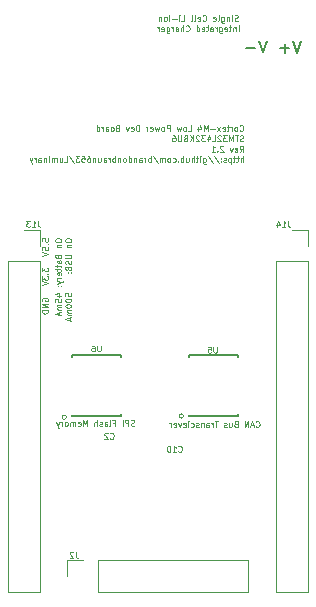
<source format=gbr>
G04 #@! TF.GenerationSoftware,KiCad,Pcbnew,(5.1.5)-3*
G04 #@! TF.CreationDate,2020-07-23T10:29:42-05:00*
G04 #@! TF.ProjectId,LuminaryVer2,4c756d69-6e61-4727-9956-6572322e6b69,rev?*
G04 #@! TF.SameCoordinates,Original*
G04 #@! TF.FileFunction,Legend,Bot*
G04 #@! TF.FilePolarity,Positive*
%FSLAX46Y46*%
G04 Gerber Fmt 4.6, Leading zero omitted, Abs format (unit mm)*
G04 Created by KiCad (PCBNEW (5.1.5)-3) date 2020-07-23 10:29:42*
%MOMM*%
%LPD*%
G04 APERTURE LIST*
%ADD10C,0.125000*%
%ADD11C,0.100000*%
%ADD12C,0.150000*%
%ADD13C,0.120000*%
G04 APERTURE END LIST*
D10*
X230663988Y-60766071D02*
X230687797Y-60789880D01*
X230759226Y-60813690D01*
X230806845Y-60813690D01*
X230878273Y-60789880D01*
X230925892Y-60742261D01*
X230949702Y-60694642D01*
X230973511Y-60599404D01*
X230973511Y-60527976D01*
X230949702Y-60432738D01*
X230925892Y-60385119D01*
X230878273Y-60337500D01*
X230806845Y-60313690D01*
X230759226Y-60313690D01*
X230687797Y-60337500D01*
X230663988Y-60361309D01*
X230378273Y-60813690D02*
X230425892Y-60789880D01*
X230449702Y-60766071D01*
X230473511Y-60718452D01*
X230473511Y-60575595D01*
X230449702Y-60527976D01*
X230425892Y-60504166D01*
X230378273Y-60480357D01*
X230306845Y-60480357D01*
X230259226Y-60504166D01*
X230235416Y-60527976D01*
X230211607Y-60575595D01*
X230211607Y-60718452D01*
X230235416Y-60766071D01*
X230259226Y-60789880D01*
X230306845Y-60813690D01*
X230378273Y-60813690D01*
X229997321Y-60813690D02*
X229997321Y-60480357D01*
X229997321Y-60575595D02*
X229973511Y-60527976D01*
X229949702Y-60504166D01*
X229902083Y-60480357D01*
X229854464Y-60480357D01*
X229759226Y-60480357D02*
X229568750Y-60480357D01*
X229687797Y-60313690D02*
X229687797Y-60742261D01*
X229663988Y-60789880D01*
X229616369Y-60813690D01*
X229568750Y-60813690D01*
X229211607Y-60789880D02*
X229259226Y-60813690D01*
X229354464Y-60813690D01*
X229402083Y-60789880D01*
X229425892Y-60742261D01*
X229425892Y-60551785D01*
X229402083Y-60504166D01*
X229354464Y-60480357D01*
X229259226Y-60480357D01*
X229211607Y-60504166D01*
X229187797Y-60551785D01*
X229187797Y-60599404D01*
X229425892Y-60647023D01*
X229021130Y-60813690D02*
X228759226Y-60480357D01*
X229021130Y-60480357D02*
X228759226Y-60813690D01*
X228568750Y-60623214D02*
X228187797Y-60623214D01*
X227949702Y-60813690D02*
X227949702Y-60313690D01*
X227783035Y-60670833D01*
X227616369Y-60313690D01*
X227616369Y-60813690D01*
X227163988Y-60480357D02*
X227163988Y-60813690D01*
X227283035Y-60289880D02*
X227402083Y-60647023D01*
X227092559Y-60647023D01*
X226283035Y-60813690D02*
X226521130Y-60813690D01*
X226521130Y-60313690D01*
X226044940Y-60813690D02*
X226092559Y-60789880D01*
X226116369Y-60766071D01*
X226140178Y-60718452D01*
X226140178Y-60575595D01*
X226116369Y-60527976D01*
X226092559Y-60504166D01*
X226044940Y-60480357D01*
X225973511Y-60480357D01*
X225925892Y-60504166D01*
X225902083Y-60527976D01*
X225878273Y-60575595D01*
X225878273Y-60718452D01*
X225902083Y-60766071D01*
X225925892Y-60789880D01*
X225973511Y-60813690D01*
X226044940Y-60813690D01*
X225711607Y-60480357D02*
X225616369Y-60813690D01*
X225521130Y-60575595D01*
X225425892Y-60813690D01*
X225330654Y-60480357D01*
X224759226Y-60813690D02*
X224759226Y-60313690D01*
X224568750Y-60313690D01*
X224521130Y-60337500D01*
X224497321Y-60361309D01*
X224473511Y-60408928D01*
X224473511Y-60480357D01*
X224497321Y-60527976D01*
X224521130Y-60551785D01*
X224568750Y-60575595D01*
X224759226Y-60575595D01*
X224187797Y-60813690D02*
X224235416Y-60789880D01*
X224259226Y-60766071D01*
X224283035Y-60718452D01*
X224283035Y-60575595D01*
X224259226Y-60527976D01*
X224235416Y-60504166D01*
X224187797Y-60480357D01*
X224116369Y-60480357D01*
X224068750Y-60504166D01*
X224044940Y-60527976D01*
X224021130Y-60575595D01*
X224021130Y-60718452D01*
X224044940Y-60766071D01*
X224068750Y-60789880D01*
X224116369Y-60813690D01*
X224187797Y-60813690D01*
X223854464Y-60480357D02*
X223759226Y-60813690D01*
X223663988Y-60575595D01*
X223568750Y-60813690D01*
X223473511Y-60480357D01*
X223092559Y-60789880D02*
X223140178Y-60813690D01*
X223235416Y-60813690D01*
X223283035Y-60789880D01*
X223306845Y-60742261D01*
X223306845Y-60551785D01*
X223283035Y-60504166D01*
X223235416Y-60480357D01*
X223140178Y-60480357D01*
X223092559Y-60504166D01*
X223068750Y-60551785D01*
X223068750Y-60599404D01*
X223306845Y-60647023D01*
X222854464Y-60813690D02*
X222854464Y-60480357D01*
X222854464Y-60575595D02*
X222830654Y-60527976D01*
X222806845Y-60504166D01*
X222759226Y-60480357D01*
X222711607Y-60480357D01*
X222163988Y-60813690D02*
X222163988Y-60313690D01*
X222044940Y-60313690D01*
X221973511Y-60337500D01*
X221925892Y-60385119D01*
X221902083Y-60432738D01*
X221878273Y-60527976D01*
X221878273Y-60599404D01*
X221902083Y-60694642D01*
X221925892Y-60742261D01*
X221973511Y-60789880D01*
X222044940Y-60813690D01*
X222163988Y-60813690D01*
X221473511Y-60789880D02*
X221521130Y-60813690D01*
X221616369Y-60813690D01*
X221663988Y-60789880D01*
X221687797Y-60742261D01*
X221687797Y-60551785D01*
X221663988Y-60504166D01*
X221616369Y-60480357D01*
X221521130Y-60480357D01*
X221473511Y-60504166D01*
X221449702Y-60551785D01*
X221449702Y-60599404D01*
X221687797Y-60647023D01*
X221283035Y-60480357D02*
X221163988Y-60813690D01*
X221044940Y-60480357D01*
X220306845Y-60551785D02*
X220235416Y-60575595D01*
X220211607Y-60599404D01*
X220187797Y-60647023D01*
X220187797Y-60718452D01*
X220211607Y-60766071D01*
X220235416Y-60789880D01*
X220283035Y-60813690D01*
X220473511Y-60813690D01*
X220473511Y-60313690D01*
X220306845Y-60313690D01*
X220259226Y-60337500D01*
X220235416Y-60361309D01*
X220211607Y-60408928D01*
X220211607Y-60456547D01*
X220235416Y-60504166D01*
X220259226Y-60527976D01*
X220306845Y-60551785D01*
X220473511Y-60551785D01*
X219902083Y-60813690D02*
X219949702Y-60789880D01*
X219973511Y-60766071D01*
X219997321Y-60718452D01*
X219997321Y-60575595D01*
X219973511Y-60527976D01*
X219949702Y-60504166D01*
X219902083Y-60480357D01*
X219830654Y-60480357D01*
X219783035Y-60504166D01*
X219759226Y-60527976D01*
X219735416Y-60575595D01*
X219735416Y-60718452D01*
X219759226Y-60766071D01*
X219783035Y-60789880D01*
X219830654Y-60813690D01*
X219902083Y-60813690D01*
X219306845Y-60813690D02*
X219306845Y-60551785D01*
X219330654Y-60504166D01*
X219378273Y-60480357D01*
X219473511Y-60480357D01*
X219521130Y-60504166D01*
X219306845Y-60789880D02*
X219354464Y-60813690D01*
X219473511Y-60813690D01*
X219521130Y-60789880D01*
X219544940Y-60742261D01*
X219544940Y-60694642D01*
X219521130Y-60647023D01*
X219473511Y-60623214D01*
X219354464Y-60623214D01*
X219306845Y-60599404D01*
X219068750Y-60813690D02*
X219068750Y-60480357D01*
X219068750Y-60575595D02*
X219044940Y-60527976D01*
X219021130Y-60504166D01*
X218973511Y-60480357D01*
X218925892Y-60480357D01*
X218544940Y-60813690D02*
X218544940Y-60313690D01*
X218544940Y-60789880D02*
X218592559Y-60813690D01*
X218687797Y-60813690D01*
X218735416Y-60789880D01*
X218759226Y-60766071D01*
X218783035Y-60718452D01*
X218783035Y-60575595D01*
X218759226Y-60527976D01*
X218735416Y-60504166D01*
X218687797Y-60480357D01*
X218592559Y-60480357D01*
X218544940Y-60504166D01*
X230973511Y-61664880D02*
X230902083Y-61688690D01*
X230783035Y-61688690D01*
X230735416Y-61664880D01*
X230711607Y-61641071D01*
X230687797Y-61593452D01*
X230687797Y-61545833D01*
X230711607Y-61498214D01*
X230735416Y-61474404D01*
X230783035Y-61450595D01*
X230878273Y-61426785D01*
X230925892Y-61402976D01*
X230949702Y-61379166D01*
X230973511Y-61331547D01*
X230973511Y-61283928D01*
X230949702Y-61236309D01*
X230925892Y-61212500D01*
X230878273Y-61188690D01*
X230759226Y-61188690D01*
X230687797Y-61212500D01*
X230544940Y-61188690D02*
X230259226Y-61188690D01*
X230402083Y-61688690D02*
X230402083Y-61188690D01*
X230092559Y-61688690D02*
X230092559Y-61188690D01*
X229925892Y-61545833D01*
X229759226Y-61188690D01*
X229759226Y-61688690D01*
X229568750Y-61188690D02*
X229259226Y-61188690D01*
X229425892Y-61379166D01*
X229354464Y-61379166D01*
X229306845Y-61402976D01*
X229283035Y-61426785D01*
X229259226Y-61474404D01*
X229259226Y-61593452D01*
X229283035Y-61641071D01*
X229306845Y-61664880D01*
X229354464Y-61688690D01*
X229497321Y-61688690D01*
X229544940Y-61664880D01*
X229568750Y-61641071D01*
X229068750Y-61236309D02*
X229044940Y-61212500D01*
X228997321Y-61188690D01*
X228878273Y-61188690D01*
X228830654Y-61212500D01*
X228806845Y-61236309D01*
X228783035Y-61283928D01*
X228783035Y-61331547D01*
X228806845Y-61402976D01*
X229092559Y-61688690D01*
X228783035Y-61688690D01*
X228330654Y-61688690D02*
X228568750Y-61688690D01*
X228568750Y-61188690D01*
X227949702Y-61355357D02*
X227949702Y-61688690D01*
X228068750Y-61164880D02*
X228187797Y-61522023D01*
X227878273Y-61522023D01*
X227735416Y-61188690D02*
X227425892Y-61188690D01*
X227592559Y-61379166D01*
X227521130Y-61379166D01*
X227473511Y-61402976D01*
X227449702Y-61426785D01*
X227425892Y-61474404D01*
X227425892Y-61593452D01*
X227449702Y-61641071D01*
X227473511Y-61664880D01*
X227521130Y-61688690D01*
X227663988Y-61688690D01*
X227711607Y-61664880D01*
X227735416Y-61641071D01*
X227235416Y-61236309D02*
X227211607Y-61212500D01*
X227163988Y-61188690D01*
X227044940Y-61188690D01*
X226997321Y-61212500D01*
X226973511Y-61236309D01*
X226949702Y-61283928D01*
X226949702Y-61331547D01*
X226973511Y-61402976D01*
X227259226Y-61688690D01*
X226949702Y-61688690D01*
X226735416Y-61688690D02*
X226735416Y-61188690D01*
X226449702Y-61688690D02*
X226663988Y-61402976D01*
X226449702Y-61188690D02*
X226735416Y-61474404D01*
X226068750Y-61426785D02*
X225997321Y-61450595D01*
X225973511Y-61474404D01*
X225949702Y-61522023D01*
X225949702Y-61593452D01*
X225973511Y-61641071D01*
X225997321Y-61664880D01*
X226044940Y-61688690D01*
X226235416Y-61688690D01*
X226235416Y-61188690D01*
X226068750Y-61188690D01*
X226021130Y-61212500D01*
X225997321Y-61236309D01*
X225973511Y-61283928D01*
X225973511Y-61331547D01*
X225997321Y-61379166D01*
X226021130Y-61402976D01*
X226068750Y-61426785D01*
X226235416Y-61426785D01*
X225735416Y-61188690D02*
X225735416Y-61593452D01*
X225711607Y-61641071D01*
X225687797Y-61664880D01*
X225640178Y-61688690D01*
X225544940Y-61688690D01*
X225497321Y-61664880D01*
X225473511Y-61641071D01*
X225449702Y-61593452D01*
X225449702Y-61188690D01*
X224997321Y-61188690D02*
X225092559Y-61188690D01*
X225140178Y-61212500D01*
X225163988Y-61236309D01*
X225211607Y-61307738D01*
X225235416Y-61402976D01*
X225235416Y-61593452D01*
X225211607Y-61641071D01*
X225187797Y-61664880D01*
X225140178Y-61688690D01*
X225044940Y-61688690D01*
X224997321Y-61664880D01*
X224973511Y-61641071D01*
X224949702Y-61593452D01*
X224949702Y-61474404D01*
X224973511Y-61426785D01*
X224997321Y-61402976D01*
X225044940Y-61379166D01*
X225140178Y-61379166D01*
X225187797Y-61402976D01*
X225211607Y-61426785D01*
X225235416Y-61474404D01*
X230663988Y-62563690D02*
X230830654Y-62325595D01*
X230949702Y-62563690D02*
X230949702Y-62063690D01*
X230759226Y-62063690D01*
X230711607Y-62087500D01*
X230687797Y-62111309D01*
X230663988Y-62158928D01*
X230663988Y-62230357D01*
X230687797Y-62277976D01*
X230711607Y-62301785D01*
X230759226Y-62325595D01*
X230949702Y-62325595D01*
X230259226Y-62539880D02*
X230306845Y-62563690D01*
X230402083Y-62563690D01*
X230449702Y-62539880D01*
X230473511Y-62492261D01*
X230473511Y-62301785D01*
X230449702Y-62254166D01*
X230402083Y-62230357D01*
X230306845Y-62230357D01*
X230259226Y-62254166D01*
X230235416Y-62301785D01*
X230235416Y-62349404D01*
X230473511Y-62397023D01*
X230068750Y-62230357D02*
X229949702Y-62563690D01*
X229830654Y-62230357D01*
X229283035Y-62111309D02*
X229259226Y-62087500D01*
X229211607Y-62063690D01*
X229092559Y-62063690D01*
X229044940Y-62087500D01*
X229021130Y-62111309D01*
X228997321Y-62158928D01*
X228997321Y-62206547D01*
X229021130Y-62277976D01*
X229306845Y-62563690D01*
X228997321Y-62563690D01*
X228783035Y-62516071D02*
X228759226Y-62539880D01*
X228783035Y-62563690D01*
X228806845Y-62539880D01*
X228783035Y-62516071D01*
X228783035Y-62563690D01*
X228283035Y-62563690D02*
X228568750Y-62563690D01*
X228425892Y-62563690D02*
X228425892Y-62063690D01*
X228473511Y-62135119D01*
X228521130Y-62182738D01*
X228568750Y-62206547D01*
X230949702Y-63438690D02*
X230949702Y-62938690D01*
X230735416Y-63438690D02*
X230735416Y-63176785D01*
X230759226Y-63129166D01*
X230806845Y-63105357D01*
X230878273Y-63105357D01*
X230925892Y-63129166D01*
X230949702Y-63152976D01*
X230568750Y-63105357D02*
X230378273Y-63105357D01*
X230497321Y-62938690D02*
X230497321Y-63367261D01*
X230473511Y-63414880D01*
X230425892Y-63438690D01*
X230378273Y-63438690D01*
X230283035Y-63105357D02*
X230092559Y-63105357D01*
X230211607Y-62938690D02*
X230211607Y-63367261D01*
X230187797Y-63414880D01*
X230140178Y-63438690D01*
X230092559Y-63438690D01*
X229925892Y-63105357D02*
X229925892Y-63605357D01*
X229925892Y-63129166D02*
X229878273Y-63105357D01*
X229783035Y-63105357D01*
X229735416Y-63129166D01*
X229711607Y-63152976D01*
X229687797Y-63200595D01*
X229687797Y-63343452D01*
X229711607Y-63391071D01*
X229735416Y-63414880D01*
X229783035Y-63438690D01*
X229878273Y-63438690D01*
X229925892Y-63414880D01*
X229497321Y-63414880D02*
X229449702Y-63438690D01*
X229354464Y-63438690D01*
X229306845Y-63414880D01*
X229283035Y-63367261D01*
X229283035Y-63343452D01*
X229306845Y-63295833D01*
X229354464Y-63272023D01*
X229425892Y-63272023D01*
X229473511Y-63248214D01*
X229497321Y-63200595D01*
X229497321Y-63176785D01*
X229473511Y-63129166D01*
X229425892Y-63105357D01*
X229354464Y-63105357D01*
X229306845Y-63129166D01*
X229068750Y-63391071D02*
X229044940Y-63414880D01*
X229068750Y-63438690D01*
X229092559Y-63414880D01*
X229068750Y-63391071D01*
X229068750Y-63438690D01*
X229068750Y-63129166D02*
X229044940Y-63152976D01*
X229068750Y-63176785D01*
X229092559Y-63152976D01*
X229068750Y-63129166D01*
X229068750Y-63176785D01*
X228473511Y-62914880D02*
X228902083Y-63557738D01*
X227949702Y-62914880D02*
X228378273Y-63557738D01*
X227568750Y-63105357D02*
X227568750Y-63510119D01*
X227592559Y-63557738D01*
X227616369Y-63581547D01*
X227663988Y-63605357D01*
X227735416Y-63605357D01*
X227783035Y-63581547D01*
X227568750Y-63414880D02*
X227616369Y-63438690D01*
X227711607Y-63438690D01*
X227759226Y-63414880D01*
X227783035Y-63391071D01*
X227806845Y-63343452D01*
X227806845Y-63200595D01*
X227783035Y-63152976D01*
X227759226Y-63129166D01*
X227711607Y-63105357D01*
X227616369Y-63105357D01*
X227568750Y-63129166D01*
X227330654Y-63438690D02*
X227330654Y-63105357D01*
X227330654Y-62938690D02*
X227354464Y-62962500D01*
X227330654Y-62986309D01*
X227306845Y-62962500D01*
X227330654Y-62938690D01*
X227330654Y-62986309D01*
X227163988Y-63105357D02*
X226973511Y-63105357D01*
X227092559Y-62938690D02*
X227092559Y-63367261D01*
X227068750Y-63414880D01*
X227021130Y-63438690D01*
X226973511Y-63438690D01*
X226806845Y-63438690D02*
X226806845Y-62938690D01*
X226592559Y-63438690D02*
X226592559Y-63176785D01*
X226616369Y-63129166D01*
X226663988Y-63105357D01*
X226735416Y-63105357D01*
X226783035Y-63129166D01*
X226806845Y-63152976D01*
X226140178Y-63105357D02*
X226140178Y-63438690D01*
X226354464Y-63105357D02*
X226354464Y-63367261D01*
X226330654Y-63414880D01*
X226283035Y-63438690D01*
X226211607Y-63438690D01*
X226163988Y-63414880D01*
X226140178Y-63391071D01*
X225902083Y-63438690D02*
X225902083Y-62938690D01*
X225902083Y-63129166D02*
X225854464Y-63105357D01*
X225759226Y-63105357D01*
X225711607Y-63129166D01*
X225687797Y-63152976D01*
X225663988Y-63200595D01*
X225663988Y-63343452D01*
X225687797Y-63391071D01*
X225711607Y-63414880D01*
X225759226Y-63438690D01*
X225854464Y-63438690D01*
X225902083Y-63414880D01*
X225449702Y-63391071D02*
X225425892Y-63414880D01*
X225449702Y-63438690D01*
X225473511Y-63414880D01*
X225449702Y-63391071D01*
X225449702Y-63438690D01*
X224997321Y-63414880D02*
X225044940Y-63438690D01*
X225140178Y-63438690D01*
X225187797Y-63414880D01*
X225211607Y-63391071D01*
X225235416Y-63343452D01*
X225235416Y-63200595D01*
X225211607Y-63152976D01*
X225187797Y-63129166D01*
X225140178Y-63105357D01*
X225044940Y-63105357D01*
X224997321Y-63129166D01*
X224711607Y-63438690D02*
X224759226Y-63414880D01*
X224783035Y-63391071D01*
X224806845Y-63343452D01*
X224806845Y-63200595D01*
X224783035Y-63152976D01*
X224759226Y-63129166D01*
X224711607Y-63105357D01*
X224640178Y-63105357D01*
X224592559Y-63129166D01*
X224568750Y-63152976D01*
X224544940Y-63200595D01*
X224544940Y-63343452D01*
X224568750Y-63391071D01*
X224592559Y-63414880D01*
X224640178Y-63438690D01*
X224711607Y-63438690D01*
X224330654Y-63438690D02*
X224330654Y-63105357D01*
X224330654Y-63152976D02*
X224306845Y-63129166D01*
X224259226Y-63105357D01*
X224187797Y-63105357D01*
X224140178Y-63129166D01*
X224116369Y-63176785D01*
X224116369Y-63438690D01*
X224116369Y-63176785D02*
X224092559Y-63129166D01*
X224044940Y-63105357D01*
X223973511Y-63105357D01*
X223925892Y-63129166D01*
X223902083Y-63176785D01*
X223902083Y-63438690D01*
X223306845Y-62914880D02*
X223735416Y-63557738D01*
X223140178Y-63438690D02*
X223140178Y-62938690D01*
X223140178Y-63129166D02*
X223092559Y-63105357D01*
X222997321Y-63105357D01*
X222949702Y-63129166D01*
X222925892Y-63152976D01*
X222902083Y-63200595D01*
X222902083Y-63343452D01*
X222925892Y-63391071D01*
X222949702Y-63414880D01*
X222997321Y-63438690D01*
X223092559Y-63438690D01*
X223140178Y-63414880D01*
X222687797Y-63438690D02*
X222687797Y-63105357D01*
X222687797Y-63200595D02*
X222663988Y-63152976D01*
X222640178Y-63129166D01*
X222592559Y-63105357D01*
X222544940Y-63105357D01*
X222163988Y-63438690D02*
X222163988Y-63176785D01*
X222187797Y-63129166D01*
X222235416Y-63105357D01*
X222330654Y-63105357D01*
X222378273Y-63129166D01*
X222163988Y-63414880D02*
X222211607Y-63438690D01*
X222330654Y-63438690D01*
X222378273Y-63414880D01*
X222402083Y-63367261D01*
X222402083Y-63319642D01*
X222378273Y-63272023D01*
X222330654Y-63248214D01*
X222211607Y-63248214D01*
X222163988Y-63224404D01*
X221925892Y-63105357D02*
X221925892Y-63438690D01*
X221925892Y-63152976D02*
X221902083Y-63129166D01*
X221854464Y-63105357D01*
X221783035Y-63105357D01*
X221735416Y-63129166D01*
X221711607Y-63176785D01*
X221711607Y-63438690D01*
X221259226Y-63438690D02*
X221259226Y-62938690D01*
X221259226Y-63414880D02*
X221306845Y-63438690D01*
X221402083Y-63438690D01*
X221449702Y-63414880D01*
X221473511Y-63391071D01*
X221497321Y-63343452D01*
X221497321Y-63200595D01*
X221473511Y-63152976D01*
X221449702Y-63129166D01*
X221402083Y-63105357D01*
X221306845Y-63105357D01*
X221259226Y-63129166D01*
X220949702Y-63438690D02*
X220997321Y-63414880D01*
X221021130Y-63391071D01*
X221044940Y-63343452D01*
X221044940Y-63200595D01*
X221021130Y-63152976D01*
X220997321Y-63129166D01*
X220949702Y-63105357D01*
X220878273Y-63105357D01*
X220830654Y-63129166D01*
X220806845Y-63152976D01*
X220783035Y-63200595D01*
X220783035Y-63343452D01*
X220806845Y-63391071D01*
X220830654Y-63414880D01*
X220878273Y-63438690D01*
X220949702Y-63438690D01*
X220568750Y-63105357D02*
X220568750Y-63438690D01*
X220568750Y-63152976D02*
X220544940Y-63129166D01*
X220497321Y-63105357D01*
X220425892Y-63105357D01*
X220378273Y-63129166D01*
X220354464Y-63176785D01*
X220354464Y-63438690D01*
X220116369Y-63438690D02*
X220116369Y-62938690D01*
X220116369Y-63129166D02*
X220068750Y-63105357D01*
X219973511Y-63105357D01*
X219925892Y-63129166D01*
X219902083Y-63152976D01*
X219878273Y-63200595D01*
X219878273Y-63343452D01*
X219902083Y-63391071D01*
X219925892Y-63414880D01*
X219973511Y-63438690D01*
X220068750Y-63438690D01*
X220116369Y-63414880D01*
X219663988Y-63438690D02*
X219663988Y-63105357D01*
X219663988Y-63200595D02*
X219640178Y-63152976D01*
X219616369Y-63129166D01*
X219568750Y-63105357D01*
X219521130Y-63105357D01*
X219140178Y-63438690D02*
X219140178Y-63176785D01*
X219163988Y-63129166D01*
X219211607Y-63105357D01*
X219306845Y-63105357D01*
X219354464Y-63129166D01*
X219140178Y-63414880D02*
X219187797Y-63438690D01*
X219306845Y-63438690D01*
X219354464Y-63414880D01*
X219378273Y-63367261D01*
X219378273Y-63319642D01*
X219354464Y-63272023D01*
X219306845Y-63248214D01*
X219187797Y-63248214D01*
X219140178Y-63224404D01*
X218687797Y-63105357D02*
X218687797Y-63438690D01*
X218902083Y-63105357D02*
X218902083Y-63367261D01*
X218878273Y-63414880D01*
X218830654Y-63438690D01*
X218759226Y-63438690D01*
X218711607Y-63414880D01*
X218687797Y-63391071D01*
X218449702Y-63105357D02*
X218449702Y-63438690D01*
X218449702Y-63152976D02*
X218425892Y-63129166D01*
X218378273Y-63105357D01*
X218306845Y-63105357D01*
X218259226Y-63129166D01*
X218235416Y-63176785D01*
X218235416Y-63438690D01*
X217783035Y-62938690D02*
X217878273Y-62938690D01*
X217925892Y-62962500D01*
X217949702Y-62986309D01*
X217997321Y-63057738D01*
X218021130Y-63152976D01*
X218021130Y-63343452D01*
X217997321Y-63391071D01*
X217973511Y-63414880D01*
X217925892Y-63438690D01*
X217830654Y-63438690D01*
X217783035Y-63414880D01*
X217759226Y-63391071D01*
X217735416Y-63343452D01*
X217735416Y-63224404D01*
X217759226Y-63176785D01*
X217783035Y-63152976D01*
X217830654Y-63129166D01*
X217925892Y-63129166D01*
X217973511Y-63152976D01*
X217997321Y-63176785D01*
X218021130Y-63224404D01*
X217283035Y-62938690D02*
X217521130Y-62938690D01*
X217544940Y-63176785D01*
X217521130Y-63152976D01*
X217473511Y-63129166D01*
X217354464Y-63129166D01*
X217306845Y-63152976D01*
X217283035Y-63176785D01*
X217259226Y-63224404D01*
X217259226Y-63343452D01*
X217283035Y-63391071D01*
X217306845Y-63414880D01*
X217354464Y-63438690D01*
X217473511Y-63438690D01*
X217521130Y-63414880D01*
X217544940Y-63391071D01*
X217092559Y-62938690D02*
X216783035Y-62938690D01*
X216949702Y-63129166D01*
X216878273Y-63129166D01*
X216830654Y-63152976D01*
X216806845Y-63176785D01*
X216783035Y-63224404D01*
X216783035Y-63343452D01*
X216806845Y-63391071D01*
X216830654Y-63414880D01*
X216878273Y-63438690D01*
X217021130Y-63438690D01*
X217068750Y-63414880D01*
X217092559Y-63391071D01*
X216211607Y-62914880D02*
X216640178Y-63557738D01*
X215806845Y-63438690D02*
X216044940Y-63438690D01*
X216044940Y-62938690D01*
X215425892Y-63105357D02*
X215425892Y-63438690D01*
X215640178Y-63105357D02*
X215640178Y-63367261D01*
X215616369Y-63414880D01*
X215568750Y-63438690D01*
X215497321Y-63438690D01*
X215449702Y-63414880D01*
X215425892Y-63391071D01*
X215187797Y-63438690D02*
X215187797Y-63105357D01*
X215187797Y-63152976D02*
X215163988Y-63129166D01*
X215116369Y-63105357D01*
X215044940Y-63105357D01*
X214997321Y-63129166D01*
X214973511Y-63176785D01*
X214973511Y-63438690D01*
X214973511Y-63176785D02*
X214949702Y-63129166D01*
X214902083Y-63105357D01*
X214830654Y-63105357D01*
X214783035Y-63129166D01*
X214759226Y-63176785D01*
X214759226Y-63438690D01*
X214521130Y-63438690D02*
X214521130Y-63105357D01*
X214521130Y-62938690D02*
X214544940Y-62962500D01*
X214521130Y-62986309D01*
X214497321Y-62962500D01*
X214521130Y-62938690D01*
X214521130Y-62986309D01*
X214283035Y-63105357D02*
X214283035Y-63438690D01*
X214283035Y-63152976D02*
X214259226Y-63129166D01*
X214211607Y-63105357D01*
X214140178Y-63105357D01*
X214092559Y-63129166D01*
X214068750Y-63176785D01*
X214068750Y-63438690D01*
X213616369Y-63438690D02*
X213616369Y-63176785D01*
X213640178Y-63129166D01*
X213687797Y-63105357D01*
X213783035Y-63105357D01*
X213830654Y-63129166D01*
X213616369Y-63414880D02*
X213663988Y-63438690D01*
X213783035Y-63438690D01*
X213830654Y-63414880D01*
X213854464Y-63367261D01*
X213854464Y-63319642D01*
X213830654Y-63272023D01*
X213783035Y-63248214D01*
X213663988Y-63248214D01*
X213616369Y-63224404D01*
X213378273Y-63438690D02*
X213378273Y-63105357D01*
X213378273Y-63200595D02*
X213354464Y-63152976D01*
X213330654Y-63129166D01*
X213283035Y-63105357D01*
X213235416Y-63105357D01*
X213116369Y-63105357D02*
X212997321Y-63438690D01*
X212878273Y-63105357D02*
X212997321Y-63438690D01*
X213044940Y-63557738D01*
X213068750Y-63581547D01*
X213116369Y-63605357D01*
D11*
X215051190Y-70029285D02*
X215051190Y-70124523D01*
X215075000Y-70172142D01*
X215122619Y-70219761D01*
X215217857Y-70243571D01*
X215384523Y-70243571D01*
X215479761Y-70219761D01*
X215527380Y-70172142D01*
X215551190Y-70124523D01*
X215551190Y-70029285D01*
X215527380Y-69981666D01*
X215479761Y-69934047D01*
X215384523Y-69910238D01*
X215217857Y-69910238D01*
X215122619Y-69934047D01*
X215075000Y-69981666D01*
X215051190Y-70029285D01*
X215217857Y-70457857D02*
X215551190Y-70457857D01*
X215265476Y-70457857D02*
X215241666Y-70481666D01*
X215217857Y-70529285D01*
X215217857Y-70600714D01*
X215241666Y-70648333D01*
X215289285Y-70672142D01*
X215551190Y-70672142D01*
X215289285Y-71457857D02*
X215313095Y-71529285D01*
X215336904Y-71553095D01*
X215384523Y-71576904D01*
X215455952Y-71576904D01*
X215503571Y-71553095D01*
X215527380Y-71529285D01*
X215551190Y-71481666D01*
X215551190Y-71291190D01*
X215051190Y-71291190D01*
X215051190Y-71457857D01*
X215075000Y-71505476D01*
X215098809Y-71529285D01*
X215146428Y-71553095D01*
X215194047Y-71553095D01*
X215241666Y-71529285D01*
X215265476Y-71505476D01*
X215289285Y-71457857D01*
X215289285Y-71291190D01*
X215551190Y-72005476D02*
X215289285Y-72005476D01*
X215241666Y-71981666D01*
X215217857Y-71934047D01*
X215217857Y-71838809D01*
X215241666Y-71791190D01*
X215527380Y-72005476D02*
X215551190Y-71957857D01*
X215551190Y-71838809D01*
X215527380Y-71791190D01*
X215479761Y-71767380D01*
X215432142Y-71767380D01*
X215384523Y-71791190D01*
X215360714Y-71838809D01*
X215360714Y-71957857D01*
X215336904Y-72005476D01*
X215217857Y-72172142D02*
X215217857Y-72362619D01*
X215051190Y-72243571D02*
X215479761Y-72243571D01*
X215527380Y-72267380D01*
X215551190Y-72315000D01*
X215551190Y-72362619D01*
X215217857Y-72457857D02*
X215217857Y-72648333D01*
X215051190Y-72529285D02*
X215479761Y-72529285D01*
X215527380Y-72553095D01*
X215551190Y-72600714D01*
X215551190Y-72648333D01*
X215527380Y-73005476D02*
X215551190Y-72957857D01*
X215551190Y-72862619D01*
X215527380Y-72815000D01*
X215479761Y-72791190D01*
X215289285Y-72791190D01*
X215241666Y-72815000D01*
X215217857Y-72862619D01*
X215217857Y-72957857D01*
X215241666Y-73005476D01*
X215289285Y-73029285D01*
X215336904Y-73029285D01*
X215384523Y-72791190D01*
X215551190Y-73243571D02*
X215217857Y-73243571D01*
X215313095Y-73243571D02*
X215265476Y-73267380D01*
X215241666Y-73291190D01*
X215217857Y-73338809D01*
X215217857Y-73386428D01*
X215217857Y-73505476D02*
X215551190Y-73624523D01*
X215217857Y-73743571D02*
X215551190Y-73624523D01*
X215670238Y-73576904D01*
X215694047Y-73553095D01*
X215717857Y-73505476D01*
X215503571Y-73934047D02*
X215527380Y-73957857D01*
X215551190Y-73934047D01*
X215527380Y-73910238D01*
X215503571Y-73934047D01*
X215551190Y-73934047D01*
X215241666Y-73934047D02*
X215265476Y-73957857D01*
X215289285Y-73934047D01*
X215265476Y-73910238D01*
X215241666Y-73934047D01*
X215289285Y-73934047D01*
X215217857Y-74767380D02*
X215551190Y-74767380D01*
X215027380Y-74648333D02*
X215384523Y-74529285D01*
X215384523Y-74838809D01*
X215051190Y-75267380D02*
X215051190Y-75029285D01*
X215289285Y-75005476D01*
X215265476Y-75029285D01*
X215241666Y-75076904D01*
X215241666Y-75195952D01*
X215265476Y-75243571D01*
X215289285Y-75267380D01*
X215336904Y-75291190D01*
X215455952Y-75291190D01*
X215503571Y-75267380D01*
X215527380Y-75243571D01*
X215551190Y-75195952D01*
X215551190Y-75076904D01*
X215527380Y-75029285D01*
X215503571Y-75005476D01*
X215551190Y-75505476D02*
X215217857Y-75505476D01*
X215265476Y-75505476D02*
X215241666Y-75529285D01*
X215217857Y-75576904D01*
X215217857Y-75648333D01*
X215241666Y-75695952D01*
X215289285Y-75719761D01*
X215551190Y-75719761D01*
X215289285Y-75719761D02*
X215241666Y-75743571D01*
X215217857Y-75791190D01*
X215217857Y-75862619D01*
X215241666Y-75910238D01*
X215289285Y-75934047D01*
X215551190Y-75934047D01*
X215408333Y-76148333D02*
X215408333Y-76386428D01*
X215551190Y-76100714D02*
X215051190Y-76267380D01*
X215551190Y-76434047D01*
X215901190Y-70029285D02*
X215901190Y-70124523D01*
X215925000Y-70172142D01*
X215972619Y-70219761D01*
X216067857Y-70243571D01*
X216234523Y-70243571D01*
X216329761Y-70219761D01*
X216377380Y-70172142D01*
X216401190Y-70124523D01*
X216401190Y-70029285D01*
X216377380Y-69981666D01*
X216329761Y-69934047D01*
X216234523Y-69910238D01*
X216067857Y-69910238D01*
X215972619Y-69934047D01*
X215925000Y-69981666D01*
X215901190Y-70029285D01*
X216067857Y-70457857D02*
X216401190Y-70457857D01*
X216115476Y-70457857D02*
X216091666Y-70481666D01*
X216067857Y-70529285D01*
X216067857Y-70600714D01*
X216091666Y-70648333D01*
X216139285Y-70672142D01*
X216401190Y-70672142D01*
X215901190Y-71291190D02*
X216305952Y-71291190D01*
X216353571Y-71315000D01*
X216377380Y-71338809D01*
X216401190Y-71386428D01*
X216401190Y-71481666D01*
X216377380Y-71529285D01*
X216353571Y-71553095D01*
X216305952Y-71576904D01*
X215901190Y-71576904D01*
X216377380Y-71791190D02*
X216401190Y-71862619D01*
X216401190Y-71981666D01*
X216377380Y-72029285D01*
X216353571Y-72053095D01*
X216305952Y-72076904D01*
X216258333Y-72076904D01*
X216210714Y-72053095D01*
X216186904Y-72029285D01*
X216163095Y-71981666D01*
X216139285Y-71886428D01*
X216115476Y-71838809D01*
X216091666Y-71815000D01*
X216044047Y-71791190D01*
X215996428Y-71791190D01*
X215948809Y-71815000D01*
X215925000Y-71838809D01*
X215901190Y-71886428D01*
X215901190Y-72005476D01*
X215925000Y-72076904D01*
X216139285Y-72457857D02*
X216163095Y-72529285D01*
X216186904Y-72553095D01*
X216234523Y-72576904D01*
X216305952Y-72576904D01*
X216353571Y-72553095D01*
X216377380Y-72529285D01*
X216401190Y-72481666D01*
X216401190Y-72291190D01*
X215901190Y-72291190D01*
X215901190Y-72457857D01*
X215925000Y-72505476D01*
X215948809Y-72529285D01*
X215996428Y-72553095D01*
X216044047Y-72553095D01*
X216091666Y-72529285D01*
X216115476Y-72505476D01*
X216139285Y-72457857D01*
X216139285Y-72291190D01*
X216353571Y-72791190D02*
X216377380Y-72815000D01*
X216401190Y-72791190D01*
X216377380Y-72767380D01*
X216353571Y-72791190D01*
X216401190Y-72791190D01*
X216091666Y-72791190D02*
X216115476Y-72815000D01*
X216139285Y-72791190D01*
X216115476Y-72767380D01*
X216091666Y-72791190D01*
X216139285Y-72791190D01*
X215901190Y-74791190D02*
X215901190Y-74553095D01*
X216139285Y-74529285D01*
X216115476Y-74553095D01*
X216091666Y-74600714D01*
X216091666Y-74719761D01*
X216115476Y-74767380D01*
X216139285Y-74791190D01*
X216186904Y-74815000D01*
X216305952Y-74815000D01*
X216353571Y-74791190D01*
X216377380Y-74767380D01*
X216401190Y-74719761D01*
X216401190Y-74600714D01*
X216377380Y-74553095D01*
X216353571Y-74529285D01*
X215901190Y-75124523D02*
X215901190Y-75172142D01*
X215925000Y-75219761D01*
X215948809Y-75243571D01*
X215996428Y-75267380D01*
X216091666Y-75291190D01*
X216210714Y-75291190D01*
X216305952Y-75267380D01*
X216353571Y-75243571D01*
X216377380Y-75219761D01*
X216401190Y-75172142D01*
X216401190Y-75124523D01*
X216377380Y-75076904D01*
X216353571Y-75053095D01*
X216305952Y-75029285D01*
X216210714Y-75005476D01*
X216091666Y-75005476D01*
X215996428Y-75029285D01*
X215948809Y-75053095D01*
X215925000Y-75076904D01*
X215901190Y-75124523D01*
X215901190Y-75600714D02*
X215901190Y-75648333D01*
X215925000Y-75695952D01*
X215948809Y-75719761D01*
X215996428Y-75743571D01*
X216091666Y-75767380D01*
X216210714Y-75767380D01*
X216305952Y-75743571D01*
X216353571Y-75719761D01*
X216377380Y-75695952D01*
X216401190Y-75648333D01*
X216401190Y-75600714D01*
X216377380Y-75553095D01*
X216353571Y-75529285D01*
X216305952Y-75505476D01*
X216210714Y-75481666D01*
X216091666Y-75481666D01*
X215996428Y-75505476D01*
X215948809Y-75529285D01*
X215925000Y-75553095D01*
X215901190Y-75600714D01*
X216401190Y-75981666D02*
X216067857Y-75981666D01*
X216115476Y-75981666D02*
X216091666Y-76005476D01*
X216067857Y-76053095D01*
X216067857Y-76124523D01*
X216091666Y-76172142D01*
X216139285Y-76195952D01*
X216401190Y-76195952D01*
X216139285Y-76195952D02*
X216091666Y-76219761D01*
X216067857Y-76267380D01*
X216067857Y-76338809D01*
X216091666Y-76386428D01*
X216139285Y-76410238D01*
X216401190Y-76410238D01*
X216258333Y-76624523D02*
X216258333Y-76862619D01*
X216401190Y-76576904D02*
X215901190Y-76743571D01*
X216401190Y-76910238D01*
X213950000Y-75219047D02*
X213926190Y-75171428D01*
X213926190Y-75100000D01*
X213950000Y-75028571D01*
X213997619Y-74980952D01*
X214045238Y-74957142D01*
X214140476Y-74933333D01*
X214211904Y-74933333D01*
X214307142Y-74957142D01*
X214354761Y-74980952D01*
X214402380Y-75028571D01*
X214426190Y-75100000D01*
X214426190Y-75147619D01*
X214402380Y-75219047D01*
X214378571Y-75242857D01*
X214211904Y-75242857D01*
X214211904Y-75147619D01*
X214426190Y-75457142D02*
X213926190Y-75457142D01*
X214426190Y-75742857D01*
X213926190Y-75742857D01*
X214426190Y-75980952D02*
X213926190Y-75980952D01*
X213926190Y-76100000D01*
X213950000Y-76171428D01*
X213997619Y-76219047D01*
X214045238Y-76242857D01*
X214140476Y-76266666D01*
X214211904Y-76266666D01*
X214307142Y-76242857D01*
X214354761Y-76219047D01*
X214402380Y-76171428D01*
X214426190Y-76100000D01*
X214426190Y-75980952D01*
X213926190Y-72386904D02*
X213926190Y-72696428D01*
X214116666Y-72529761D01*
X214116666Y-72601190D01*
X214140476Y-72648809D01*
X214164285Y-72672619D01*
X214211904Y-72696428D01*
X214330952Y-72696428D01*
X214378571Y-72672619D01*
X214402380Y-72648809D01*
X214426190Y-72601190D01*
X214426190Y-72458333D01*
X214402380Y-72410714D01*
X214378571Y-72386904D01*
X214378571Y-72910714D02*
X214402380Y-72934523D01*
X214426190Y-72910714D01*
X214402380Y-72886904D01*
X214378571Y-72910714D01*
X214426190Y-72910714D01*
X213926190Y-73101190D02*
X213926190Y-73410714D01*
X214116666Y-73244047D01*
X214116666Y-73315476D01*
X214140476Y-73363095D01*
X214164285Y-73386904D01*
X214211904Y-73410714D01*
X214330952Y-73410714D01*
X214378571Y-73386904D01*
X214402380Y-73363095D01*
X214426190Y-73315476D01*
X214426190Y-73172619D01*
X214402380Y-73125000D01*
X214378571Y-73101190D01*
X213926190Y-73553571D02*
X214426190Y-73720238D01*
X213926190Y-73886904D01*
X213951190Y-70147619D02*
X213951190Y-69909523D01*
X214189285Y-69885714D01*
X214165476Y-69909523D01*
X214141666Y-69957142D01*
X214141666Y-70076190D01*
X214165476Y-70123809D01*
X214189285Y-70147619D01*
X214236904Y-70171428D01*
X214355952Y-70171428D01*
X214403571Y-70147619D01*
X214427380Y-70123809D01*
X214451190Y-70076190D01*
X214451190Y-69957142D01*
X214427380Y-69909523D01*
X214403571Y-69885714D01*
X214403571Y-70385714D02*
X214427380Y-70409523D01*
X214451190Y-70385714D01*
X214427380Y-70361904D01*
X214403571Y-70385714D01*
X214451190Y-70385714D01*
X213951190Y-70861904D02*
X213951190Y-70623809D01*
X214189285Y-70600000D01*
X214165476Y-70623809D01*
X214141666Y-70671428D01*
X214141666Y-70790476D01*
X214165476Y-70838095D01*
X214189285Y-70861904D01*
X214236904Y-70885714D01*
X214355952Y-70885714D01*
X214403571Y-70861904D01*
X214427380Y-70838095D01*
X214451190Y-70790476D01*
X214451190Y-70671428D01*
X214427380Y-70623809D01*
X214403571Y-70600000D01*
X213951190Y-71028571D02*
X214451190Y-71195238D01*
X213951190Y-71361904D01*
X232038095Y-85828571D02*
X232061904Y-85852380D01*
X232133333Y-85876190D01*
X232180952Y-85876190D01*
X232252380Y-85852380D01*
X232300000Y-85804761D01*
X232323809Y-85757142D01*
X232347619Y-85661904D01*
X232347619Y-85590476D01*
X232323809Y-85495238D01*
X232300000Y-85447619D01*
X232252380Y-85400000D01*
X232180952Y-85376190D01*
X232133333Y-85376190D01*
X232061904Y-85400000D01*
X232038095Y-85423809D01*
X231847619Y-85733333D02*
X231609523Y-85733333D01*
X231895238Y-85876190D02*
X231728571Y-85376190D01*
X231561904Y-85876190D01*
X231395238Y-85876190D02*
X231395238Y-85376190D01*
X231109523Y-85876190D01*
X231109523Y-85376190D01*
X230323809Y-85614285D02*
X230252380Y-85638095D01*
X230228571Y-85661904D01*
X230204761Y-85709523D01*
X230204761Y-85780952D01*
X230228571Y-85828571D01*
X230252380Y-85852380D01*
X230300000Y-85876190D01*
X230490476Y-85876190D01*
X230490476Y-85376190D01*
X230323809Y-85376190D01*
X230276190Y-85400000D01*
X230252380Y-85423809D01*
X230228571Y-85471428D01*
X230228571Y-85519047D01*
X230252380Y-85566666D01*
X230276190Y-85590476D01*
X230323809Y-85614285D01*
X230490476Y-85614285D01*
X229776190Y-85542857D02*
X229776190Y-85876190D01*
X229990476Y-85542857D02*
X229990476Y-85804761D01*
X229966666Y-85852380D01*
X229919047Y-85876190D01*
X229847619Y-85876190D01*
X229800000Y-85852380D01*
X229776190Y-85828571D01*
X229561904Y-85852380D02*
X229514285Y-85876190D01*
X229419047Y-85876190D01*
X229371428Y-85852380D01*
X229347619Y-85804761D01*
X229347619Y-85780952D01*
X229371428Y-85733333D01*
X229419047Y-85709523D01*
X229490476Y-85709523D01*
X229538095Y-85685714D01*
X229561904Y-85638095D01*
X229561904Y-85614285D01*
X229538095Y-85566666D01*
X229490476Y-85542857D01*
X229419047Y-85542857D01*
X229371428Y-85566666D01*
X228823809Y-85376190D02*
X228538095Y-85376190D01*
X228680952Y-85876190D02*
X228680952Y-85376190D01*
X228371428Y-85876190D02*
X228371428Y-85542857D01*
X228371428Y-85638095D02*
X228347619Y-85590476D01*
X228323809Y-85566666D01*
X228276190Y-85542857D01*
X228228571Y-85542857D01*
X227847619Y-85876190D02*
X227847619Y-85614285D01*
X227871428Y-85566666D01*
X227919047Y-85542857D01*
X228014285Y-85542857D01*
X228061904Y-85566666D01*
X227847619Y-85852380D02*
X227895238Y-85876190D01*
X228014285Y-85876190D01*
X228061904Y-85852380D01*
X228085714Y-85804761D01*
X228085714Y-85757142D01*
X228061904Y-85709523D01*
X228014285Y-85685714D01*
X227895238Y-85685714D01*
X227847619Y-85661904D01*
X227609523Y-85542857D02*
X227609523Y-85876190D01*
X227609523Y-85590476D02*
X227585714Y-85566666D01*
X227538095Y-85542857D01*
X227466666Y-85542857D01*
X227419047Y-85566666D01*
X227395238Y-85614285D01*
X227395238Y-85876190D01*
X227180952Y-85852380D02*
X227133333Y-85876190D01*
X227038095Y-85876190D01*
X226990476Y-85852380D01*
X226966666Y-85804761D01*
X226966666Y-85780952D01*
X226990476Y-85733333D01*
X227038095Y-85709523D01*
X227109523Y-85709523D01*
X227157142Y-85685714D01*
X227180952Y-85638095D01*
X227180952Y-85614285D01*
X227157142Y-85566666D01*
X227109523Y-85542857D01*
X227038095Y-85542857D01*
X226990476Y-85566666D01*
X226538095Y-85852380D02*
X226585714Y-85876190D01*
X226680952Y-85876190D01*
X226728571Y-85852380D01*
X226752380Y-85828571D01*
X226776190Y-85780952D01*
X226776190Y-85638095D01*
X226752380Y-85590476D01*
X226728571Y-85566666D01*
X226680952Y-85542857D01*
X226585714Y-85542857D01*
X226538095Y-85566666D01*
X226323809Y-85876190D02*
X226323809Y-85542857D01*
X226323809Y-85376190D02*
X226347619Y-85400000D01*
X226323809Y-85423809D01*
X226300000Y-85400000D01*
X226323809Y-85376190D01*
X226323809Y-85423809D01*
X225895238Y-85852380D02*
X225942857Y-85876190D01*
X226038095Y-85876190D01*
X226085714Y-85852380D01*
X226109523Y-85804761D01*
X226109523Y-85614285D01*
X226085714Y-85566666D01*
X226038095Y-85542857D01*
X225942857Y-85542857D01*
X225895238Y-85566666D01*
X225871428Y-85614285D01*
X225871428Y-85661904D01*
X226109523Y-85709523D01*
X225704761Y-85542857D02*
X225585714Y-85876190D01*
X225466666Y-85542857D01*
X225085714Y-85852380D02*
X225133333Y-85876190D01*
X225228571Y-85876190D01*
X225276190Y-85852380D01*
X225300000Y-85804761D01*
X225300000Y-85614285D01*
X225276190Y-85566666D01*
X225228571Y-85542857D01*
X225133333Y-85542857D01*
X225085714Y-85566666D01*
X225061904Y-85614285D01*
X225061904Y-85661904D01*
X225300000Y-85709523D01*
X224847619Y-85876190D02*
X224847619Y-85542857D01*
X224847619Y-85638095D02*
X224823809Y-85590476D01*
X224800000Y-85566666D01*
X224752380Y-85542857D01*
X224704761Y-85542857D01*
X221747619Y-85752380D02*
X221676190Y-85776190D01*
X221557142Y-85776190D01*
X221509523Y-85752380D01*
X221485714Y-85728571D01*
X221461904Y-85680952D01*
X221461904Y-85633333D01*
X221485714Y-85585714D01*
X221509523Y-85561904D01*
X221557142Y-85538095D01*
X221652380Y-85514285D01*
X221700000Y-85490476D01*
X221723809Y-85466666D01*
X221747619Y-85419047D01*
X221747619Y-85371428D01*
X221723809Y-85323809D01*
X221700000Y-85300000D01*
X221652380Y-85276190D01*
X221533333Y-85276190D01*
X221461904Y-85300000D01*
X221247619Y-85776190D02*
X221247619Y-85276190D01*
X221057142Y-85276190D01*
X221009523Y-85300000D01*
X220985714Y-85323809D01*
X220961904Y-85371428D01*
X220961904Y-85442857D01*
X220985714Y-85490476D01*
X221009523Y-85514285D01*
X221057142Y-85538095D01*
X221247619Y-85538095D01*
X220747619Y-85776190D02*
X220747619Y-85276190D01*
X219961904Y-85514285D02*
X220128571Y-85514285D01*
X220128571Y-85776190D02*
X220128571Y-85276190D01*
X219890476Y-85276190D01*
X219628571Y-85776190D02*
X219676190Y-85752380D01*
X219700000Y-85704761D01*
X219700000Y-85276190D01*
X219223809Y-85776190D02*
X219223809Y-85514285D01*
X219247619Y-85466666D01*
X219295238Y-85442857D01*
X219390476Y-85442857D01*
X219438095Y-85466666D01*
X219223809Y-85752380D02*
X219271428Y-85776190D01*
X219390476Y-85776190D01*
X219438095Y-85752380D01*
X219461904Y-85704761D01*
X219461904Y-85657142D01*
X219438095Y-85609523D01*
X219390476Y-85585714D01*
X219271428Y-85585714D01*
X219223809Y-85561904D01*
X219009523Y-85752380D02*
X218961904Y-85776190D01*
X218866666Y-85776190D01*
X218819047Y-85752380D01*
X218795238Y-85704761D01*
X218795238Y-85680952D01*
X218819047Y-85633333D01*
X218866666Y-85609523D01*
X218938095Y-85609523D01*
X218985714Y-85585714D01*
X219009523Y-85538095D01*
X219009523Y-85514285D01*
X218985714Y-85466666D01*
X218938095Y-85442857D01*
X218866666Y-85442857D01*
X218819047Y-85466666D01*
X218580952Y-85776190D02*
X218580952Y-85276190D01*
X218366666Y-85776190D02*
X218366666Y-85514285D01*
X218390476Y-85466666D01*
X218438095Y-85442857D01*
X218509523Y-85442857D01*
X218557142Y-85466666D01*
X218580952Y-85490476D01*
X217747619Y-85776190D02*
X217747619Y-85276190D01*
X217580952Y-85633333D01*
X217414285Y-85276190D01*
X217414285Y-85776190D01*
X216985714Y-85752380D02*
X217033333Y-85776190D01*
X217128571Y-85776190D01*
X217176190Y-85752380D01*
X217200000Y-85704761D01*
X217200000Y-85514285D01*
X217176190Y-85466666D01*
X217128571Y-85442857D01*
X217033333Y-85442857D01*
X216985714Y-85466666D01*
X216961904Y-85514285D01*
X216961904Y-85561904D01*
X217200000Y-85609523D01*
X216747619Y-85776190D02*
X216747619Y-85442857D01*
X216747619Y-85490476D02*
X216723809Y-85466666D01*
X216676190Y-85442857D01*
X216604761Y-85442857D01*
X216557142Y-85466666D01*
X216533333Y-85514285D01*
X216533333Y-85776190D01*
X216533333Y-85514285D02*
X216509523Y-85466666D01*
X216461904Y-85442857D01*
X216390476Y-85442857D01*
X216342857Y-85466666D01*
X216319047Y-85514285D01*
X216319047Y-85776190D01*
X216009523Y-85776190D02*
X216057142Y-85752380D01*
X216080952Y-85728571D01*
X216104761Y-85680952D01*
X216104761Y-85538095D01*
X216080952Y-85490476D01*
X216057142Y-85466666D01*
X216009523Y-85442857D01*
X215938095Y-85442857D01*
X215890476Y-85466666D01*
X215866666Y-85490476D01*
X215842857Y-85538095D01*
X215842857Y-85680952D01*
X215866666Y-85728571D01*
X215890476Y-85752380D01*
X215938095Y-85776190D01*
X216009523Y-85776190D01*
X215628571Y-85776190D02*
X215628571Y-85442857D01*
X215628571Y-85538095D02*
X215604761Y-85490476D01*
X215580952Y-85466666D01*
X215533333Y-85442857D01*
X215485714Y-85442857D01*
X215366666Y-85442857D02*
X215247619Y-85776190D01*
X215128571Y-85442857D02*
X215247619Y-85776190D01*
X215295238Y-85895238D01*
X215319047Y-85919047D01*
X215366666Y-85942857D01*
D10*
X230519047Y-51464880D02*
X230447619Y-51488690D01*
X230328571Y-51488690D01*
X230280952Y-51464880D01*
X230257142Y-51441071D01*
X230233333Y-51393452D01*
X230233333Y-51345833D01*
X230257142Y-51298214D01*
X230280952Y-51274404D01*
X230328571Y-51250595D01*
X230423809Y-51226785D01*
X230471428Y-51202976D01*
X230495238Y-51179166D01*
X230519047Y-51131547D01*
X230519047Y-51083928D01*
X230495238Y-51036309D01*
X230471428Y-51012500D01*
X230423809Y-50988690D01*
X230304761Y-50988690D01*
X230233333Y-51012500D01*
X230019047Y-51488690D02*
X230019047Y-51155357D01*
X230019047Y-50988690D02*
X230042857Y-51012500D01*
X230019047Y-51036309D01*
X229995238Y-51012500D01*
X230019047Y-50988690D01*
X230019047Y-51036309D01*
X229780952Y-51155357D02*
X229780952Y-51488690D01*
X229780952Y-51202976D02*
X229757142Y-51179166D01*
X229709523Y-51155357D01*
X229638095Y-51155357D01*
X229590476Y-51179166D01*
X229566666Y-51226785D01*
X229566666Y-51488690D01*
X229114285Y-51155357D02*
X229114285Y-51560119D01*
X229138095Y-51607738D01*
X229161904Y-51631547D01*
X229209523Y-51655357D01*
X229280952Y-51655357D01*
X229328571Y-51631547D01*
X229114285Y-51464880D02*
X229161904Y-51488690D01*
X229257142Y-51488690D01*
X229304761Y-51464880D01*
X229328571Y-51441071D01*
X229352380Y-51393452D01*
X229352380Y-51250595D01*
X229328571Y-51202976D01*
X229304761Y-51179166D01*
X229257142Y-51155357D01*
X229161904Y-51155357D01*
X229114285Y-51179166D01*
X228804761Y-51488690D02*
X228852380Y-51464880D01*
X228876190Y-51417261D01*
X228876190Y-50988690D01*
X228423809Y-51464880D02*
X228471428Y-51488690D01*
X228566666Y-51488690D01*
X228614285Y-51464880D01*
X228638095Y-51417261D01*
X228638095Y-51226785D01*
X228614285Y-51179166D01*
X228566666Y-51155357D01*
X228471428Y-51155357D01*
X228423809Y-51179166D01*
X228400000Y-51226785D01*
X228400000Y-51274404D01*
X228638095Y-51322023D01*
X227519047Y-51441071D02*
X227542857Y-51464880D01*
X227614285Y-51488690D01*
X227661904Y-51488690D01*
X227733333Y-51464880D01*
X227780952Y-51417261D01*
X227804761Y-51369642D01*
X227828571Y-51274404D01*
X227828571Y-51202976D01*
X227804761Y-51107738D01*
X227780952Y-51060119D01*
X227733333Y-51012500D01*
X227661904Y-50988690D01*
X227614285Y-50988690D01*
X227542857Y-51012500D01*
X227519047Y-51036309D01*
X227114285Y-51464880D02*
X227161904Y-51488690D01*
X227257142Y-51488690D01*
X227304761Y-51464880D01*
X227328571Y-51417261D01*
X227328571Y-51226785D01*
X227304761Y-51179166D01*
X227257142Y-51155357D01*
X227161904Y-51155357D01*
X227114285Y-51179166D01*
X227090476Y-51226785D01*
X227090476Y-51274404D01*
X227328571Y-51322023D01*
X226804761Y-51488690D02*
X226852380Y-51464880D01*
X226876190Y-51417261D01*
X226876190Y-50988690D01*
X226542857Y-51488690D02*
X226590476Y-51464880D01*
X226614285Y-51417261D01*
X226614285Y-50988690D01*
X225733333Y-51488690D02*
X225971428Y-51488690D01*
X225971428Y-50988690D01*
X225566666Y-51488690D02*
X225566666Y-51155357D01*
X225566666Y-50988690D02*
X225590476Y-51012500D01*
X225566666Y-51036309D01*
X225542857Y-51012500D01*
X225566666Y-50988690D01*
X225566666Y-51036309D01*
X225328571Y-51298214D02*
X224947619Y-51298214D01*
X224709523Y-51488690D02*
X224709523Y-50988690D01*
X224400000Y-51488690D02*
X224447619Y-51464880D01*
X224471428Y-51441071D01*
X224495238Y-51393452D01*
X224495238Y-51250595D01*
X224471428Y-51202976D01*
X224447619Y-51179166D01*
X224400000Y-51155357D01*
X224328571Y-51155357D01*
X224280952Y-51179166D01*
X224257142Y-51202976D01*
X224233333Y-51250595D01*
X224233333Y-51393452D01*
X224257142Y-51441071D01*
X224280952Y-51464880D01*
X224328571Y-51488690D01*
X224400000Y-51488690D01*
X224019047Y-51155357D02*
X224019047Y-51488690D01*
X224019047Y-51202976D02*
X223995238Y-51179166D01*
X223947619Y-51155357D01*
X223876190Y-51155357D01*
X223828571Y-51179166D01*
X223804761Y-51226785D01*
X223804761Y-51488690D01*
X230566666Y-52363690D02*
X230566666Y-51863690D01*
X230328571Y-52030357D02*
X230328571Y-52363690D01*
X230328571Y-52077976D02*
X230304761Y-52054166D01*
X230257142Y-52030357D01*
X230185714Y-52030357D01*
X230138095Y-52054166D01*
X230114285Y-52101785D01*
X230114285Y-52363690D01*
X229947619Y-52030357D02*
X229757142Y-52030357D01*
X229876190Y-51863690D02*
X229876190Y-52292261D01*
X229852380Y-52339880D01*
X229804761Y-52363690D01*
X229757142Y-52363690D01*
X229400000Y-52339880D02*
X229447619Y-52363690D01*
X229542857Y-52363690D01*
X229590476Y-52339880D01*
X229614285Y-52292261D01*
X229614285Y-52101785D01*
X229590476Y-52054166D01*
X229542857Y-52030357D01*
X229447619Y-52030357D01*
X229400000Y-52054166D01*
X229376190Y-52101785D01*
X229376190Y-52149404D01*
X229614285Y-52197023D01*
X228947619Y-52030357D02*
X228947619Y-52435119D01*
X228971428Y-52482738D01*
X228995238Y-52506547D01*
X229042857Y-52530357D01*
X229114285Y-52530357D01*
X229161904Y-52506547D01*
X228947619Y-52339880D02*
X228995238Y-52363690D01*
X229090476Y-52363690D01*
X229138095Y-52339880D01*
X229161904Y-52316071D01*
X229185714Y-52268452D01*
X229185714Y-52125595D01*
X229161904Y-52077976D01*
X229138095Y-52054166D01*
X229090476Y-52030357D01*
X228995238Y-52030357D01*
X228947619Y-52054166D01*
X228709523Y-52363690D02*
X228709523Y-52030357D01*
X228709523Y-52125595D02*
X228685714Y-52077976D01*
X228661904Y-52054166D01*
X228614285Y-52030357D01*
X228566666Y-52030357D01*
X228185714Y-52363690D02*
X228185714Y-52101785D01*
X228209523Y-52054166D01*
X228257142Y-52030357D01*
X228352380Y-52030357D01*
X228400000Y-52054166D01*
X228185714Y-52339880D02*
X228233333Y-52363690D01*
X228352380Y-52363690D01*
X228400000Y-52339880D01*
X228423809Y-52292261D01*
X228423809Y-52244642D01*
X228400000Y-52197023D01*
X228352380Y-52173214D01*
X228233333Y-52173214D01*
X228185714Y-52149404D01*
X228019047Y-52030357D02*
X227828571Y-52030357D01*
X227947619Y-51863690D02*
X227947619Y-52292261D01*
X227923809Y-52339880D01*
X227876190Y-52363690D01*
X227828571Y-52363690D01*
X227471428Y-52339880D02*
X227519047Y-52363690D01*
X227614285Y-52363690D01*
X227661904Y-52339880D01*
X227685714Y-52292261D01*
X227685714Y-52101785D01*
X227661904Y-52054166D01*
X227614285Y-52030357D01*
X227519047Y-52030357D01*
X227471428Y-52054166D01*
X227447619Y-52101785D01*
X227447619Y-52149404D01*
X227685714Y-52197023D01*
X227019047Y-52363690D02*
X227019047Y-51863690D01*
X227019047Y-52339880D02*
X227066666Y-52363690D01*
X227161904Y-52363690D01*
X227209523Y-52339880D01*
X227233333Y-52316071D01*
X227257142Y-52268452D01*
X227257142Y-52125595D01*
X227233333Y-52077976D01*
X227209523Y-52054166D01*
X227161904Y-52030357D01*
X227066666Y-52030357D01*
X227019047Y-52054166D01*
X226114285Y-52316071D02*
X226138095Y-52339880D01*
X226209523Y-52363690D01*
X226257142Y-52363690D01*
X226328571Y-52339880D01*
X226376190Y-52292261D01*
X226400000Y-52244642D01*
X226423809Y-52149404D01*
X226423809Y-52077976D01*
X226400000Y-51982738D01*
X226376190Y-51935119D01*
X226328571Y-51887500D01*
X226257142Y-51863690D01*
X226209523Y-51863690D01*
X226138095Y-51887500D01*
X226114285Y-51911309D01*
X225900000Y-52363690D02*
X225900000Y-51863690D01*
X225685714Y-52363690D02*
X225685714Y-52101785D01*
X225709523Y-52054166D01*
X225757142Y-52030357D01*
X225828571Y-52030357D01*
X225876190Y-52054166D01*
X225900000Y-52077976D01*
X225233333Y-52363690D02*
X225233333Y-52101785D01*
X225257142Y-52054166D01*
X225304761Y-52030357D01*
X225400000Y-52030357D01*
X225447619Y-52054166D01*
X225233333Y-52339880D02*
X225280952Y-52363690D01*
X225400000Y-52363690D01*
X225447619Y-52339880D01*
X225471428Y-52292261D01*
X225471428Y-52244642D01*
X225447619Y-52197023D01*
X225400000Y-52173214D01*
X225280952Y-52173214D01*
X225233333Y-52149404D01*
X224995238Y-52363690D02*
X224995238Y-52030357D01*
X224995238Y-52125595D02*
X224971428Y-52077976D01*
X224947619Y-52054166D01*
X224900000Y-52030357D01*
X224852380Y-52030357D01*
X224471428Y-52030357D02*
X224471428Y-52435119D01*
X224495238Y-52482738D01*
X224519047Y-52506547D01*
X224566666Y-52530357D01*
X224638095Y-52530357D01*
X224685714Y-52506547D01*
X224471428Y-52339880D02*
X224519047Y-52363690D01*
X224614285Y-52363690D01*
X224661904Y-52339880D01*
X224685714Y-52316071D01*
X224709523Y-52268452D01*
X224709523Y-52125595D01*
X224685714Y-52077976D01*
X224661904Y-52054166D01*
X224614285Y-52030357D01*
X224519047Y-52030357D01*
X224471428Y-52054166D01*
X224042857Y-52339880D02*
X224090476Y-52363690D01*
X224185714Y-52363690D01*
X224233333Y-52339880D01*
X224257142Y-52292261D01*
X224257142Y-52101785D01*
X224233333Y-52054166D01*
X224185714Y-52030357D01*
X224090476Y-52030357D01*
X224042857Y-52054166D01*
X224019047Y-52101785D01*
X224019047Y-52149404D01*
X224257142Y-52197023D01*
X223804761Y-52363690D02*
X223804761Y-52030357D01*
X223804761Y-52125595D02*
X223780952Y-52077976D01*
X223757142Y-52054166D01*
X223709523Y-52030357D01*
X223661904Y-52030357D01*
D12*
X233002380Y-53152380D02*
X232669047Y-54152380D01*
X232335714Y-53152380D01*
X232002380Y-53771428D02*
X231240476Y-53771428D01*
X235852380Y-53202380D02*
X235519047Y-54202380D01*
X235185714Y-53202380D01*
X234852380Y-53821428D02*
X234090476Y-53821428D01*
X234471428Y-54202380D02*
X234471428Y-53440476D01*
X216445000Y-79772000D02*
X220595000Y-79772000D01*
X216445000Y-84922000D02*
X220595000Y-84922000D01*
X216445000Y-79772000D02*
X216445000Y-79917000D01*
X220595000Y-79772000D02*
X220595000Y-79917000D01*
X220595000Y-84922000D02*
X220595000Y-84777000D01*
X216445000Y-84922000D02*
X216445000Y-84872000D01*
D13*
X216000278Y-85047000D02*
G75*
G03X216000278Y-85047000I-180278J0D01*
G01*
D12*
X226351000Y-79772000D02*
X230501000Y-79772000D01*
X226351000Y-84922000D02*
X230501000Y-84922000D01*
X226351000Y-79772000D02*
X226351000Y-79917000D01*
X230501000Y-79772000D02*
X230501000Y-79917000D01*
X230501000Y-84922000D02*
X230501000Y-84777000D01*
X226351000Y-84922000D02*
X226351000Y-84872000D01*
D13*
X225906278Y-84947000D02*
G75*
G03X225906278Y-84947000I-180278J0D01*
G01*
X236430000Y-69230000D02*
X235100000Y-69230000D01*
X236430000Y-70560000D02*
X236430000Y-69230000D01*
X236430000Y-71830000D02*
X233770000Y-71830000D01*
X233770000Y-71830000D02*
X233770000Y-99830000D01*
X236430000Y-71830000D02*
X236430000Y-99830000D01*
X236430000Y-99830000D02*
X233770000Y-99830000D01*
X213730000Y-69230000D02*
X212400000Y-69230000D01*
X213730000Y-70560000D02*
X213730000Y-69230000D01*
X213730000Y-71830000D02*
X211070000Y-71830000D01*
X211070000Y-71830000D02*
X211070000Y-99830000D01*
X213730000Y-71830000D02*
X213730000Y-99830000D01*
X213730000Y-99830000D02*
X211070000Y-99830000D01*
X216047000Y-97170000D02*
X216047000Y-98500000D01*
X217377000Y-97170000D02*
X216047000Y-97170000D01*
X218647000Y-97170000D02*
X218647000Y-99830000D01*
X218647000Y-99830000D02*
X231407000Y-99830000D01*
X218647000Y-97170000D02*
X231407000Y-97170000D01*
X231407000Y-97170000D02*
X231407000Y-99830000D01*
D11*
X218900952Y-78976190D02*
X218900952Y-79380952D01*
X218877142Y-79428571D01*
X218853333Y-79452380D01*
X218805714Y-79476190D01*
X218710476Y-79476190D01*
X218662857Y-79452380D01*
X218639047Y-79428571D01*
X218615238Y-79380952D01*
X218615238Y-78976190D01*
X218162857Y-78976190D02*
X218258095Y-78976190D01*
X218305714Y-79000000D01*
X218329523Y-79023809D01*
X218377142Y-79095238D01*
X218400952Y-79190476D01*
X218400952Y-79380952D01*
X218377142Y-79428571D01*
X218353333Y-79452380D01*
X218305714Y-79476190D01*
X218210476Y-79476190D01*
X218162857Y-79452380D01*
X218139047Y-79428571D01*
X218115238Y-79380952D01*
X218115238Y-79261904D01*
X218139047Y-79214285D01*
X218162857Y-79190476D01*
X218210476Y-79166666D01*
X218305714Y-79166666D01*
X218353333Y-79190476D01*
X218377142Y-79214285D01*
X218400952Y-79261904D01*
X228730952Y-79076190D02*
X228730952Y-79480952D01*
X228707142Y-79528571D01*
X228683333Y-79552380D01*
X228635714Y-79576190D01*
X228540476Y-79576190D01*
X228492857Y-79552380D01*
X228469047Y-79528571D01*
X228445238Y-79480952D01*
X228445238Y-79076190D01*
X227969047Y-79076190D02*
X228207142Y-79076190D01*
X228230952Y-79314285D01*
X228207142Y-79290476D01*
X228159523Y-79266666D01*
X228040476Y-79266666D01*
X227992857Y-79290476D01*
X227969047Y-79314285D01*
X227945238Y-79361904D01*
X227945238Y-79480952D01*
X227969047Y-79528571D01*
X227992857Y-79552380D01*
X228040476Y-79576190D01*
X228159523Y-79576190D01*
X228207142Y-79552380D01*
X228230952Y-79528571D01*
X234736261Y-68420690D02*
X234736261Y-68777833D01*
X234760071Y-68849261D01*
X234807690Y-68896880D01*
X234879119Y-68920690D01*
X234926738Y-68920690D01*
X234236261Y-68920690D02*
X234521976Y-68920690D01*
X234379119Y-68920690D02*
X234379119Y-68420690D01*
X234426738Y-68492119D01*
X234474357Y-68539738D01*
X234521976Y-68563547D01*
X233807690Y-68587357D02*
X233807690Y-68920690D01*
X233926738Y-68396880D02*
X234045785Y-68754023D01*
X233736261Y-68754023D01*
X213590761Y-68420690D02*
X213590761Y-68777833D01*
X213614571Y-68849261D01*
X213662190Y-68896880D01*
X213733619Y-68920690D01*
X213781238Y-68920690D01*
X213090761Y-68920690D02*
X213376476Y-68920690D01*
X213233619Y-68920690D02*
X213233619Y-68420690D01*
X213281238Y-68492119D01*
X213328857Y-68539738D01*
X213376476Y-68563547D01*
X212924095Y-68420690D02*
X212614571Y-68420690D01*
X212781238Y-68611166D01*
X212709809Y-68611166D01*
X212662190Y-68634976D01*
X212638380Y-68658785D01*
X212614571Y-68706404D01*
X212614571Y-68825452D01*
X212638380Y-68873071D01*
X212662190Y-68896880D01*
X212709809Y-68920690D01*
X212852666Y-68920690D01*
X212900285Y-68896880D01*
X212924095Y-68873071D01*
X216781666Y-96448190D02*
X216781666Y-96805333D01*
X216805476Y-96876761D01*
X216853095Y-96924380D01*
X216924523Y-96948190D01*
X216972142Y-96948190D01*
X216567380Y-96495809D02*
X216543571Y-96472000D01*
X216495952Y-96448190D01*
X216376904Y-96448190D01*
X216329285Y-96472000D01*
X216305476Y-96495809D01*
X216281666Y-96543428D01*
X216281666Y-96591047D01*
X216305476Y-96662476D01*
X216591190Y-96948190D01*
X216281666Y-96948190D01*
X225471428Y-87928571D02*
X225495238Y-87952380D01*
X225566666Y-87976190D01*
X225614285Y-87976190D01*
X225685714Y-87952380D01*
X225733333Y-87904761D01*
X225757142Y-87857142D01*
X225780952Y-87761904D01*
X225780952Y-87690476D01*
X225757142Y-87595238D01*
X225733333Y-87547619D01*
X225685714Y-87500000D01*
X225614285Y-87476190D01*
X225566666Y-87476190D01*
X225495238Y-87500000D01*
X225471428Y-87523809D01*
X224995238Y-87976190D02*
X225280952Y-87976190D01*
X225138095Y-87976190D02*
X225138095Y-87476190D01*
X225185714Y-87547619D01*
X225233333Y-87595238D01*
X225280952Y-87619047D01*
X224685714Y-87476190D02*
X224638095Y-87476190D01*
X224590476Y-87500000D01*
X224566666Y-87523809D01*
X224542857Y-87571428D01*
X224519047Y-87666666D01*
X224519047Y-87785714D01*
X224542857Y-87880952D01*
X224566666Y-87928571D01*
X224590476Y-87952380D01*
X224638095Y-87976190D01*
X224685714Y-87976190D01*
X224733333Y-87952380D01*
X224757142Y-87928571D01*
X224780952Y-87880952D01*
X224804761Y-87785714D01*
X224804761Y-87666666D01*
X224780952Y-87571428D01*
X224757142Y-87523809D01*
X224733333Y-87500000D01*
X224685714Y-87476190D01*
X219683333Y-86828571D02*
X219707142Y-86852380D01*
X219778571Y-86876190D01*
X219826190Y-86876190D01*
X219897619Y-86852380D01*
X219945238Y-86804761D01*
X219969047Y-86757142D01*
X219992857Y-86661904D01*
X219992857Y-86590476D01*
X219969047Y-86495238D01*
X219945238Y-86447619D01*
X219897619Y-86400000D01*
X219826190Y-86376190D01*
X219778571Y-86376190D01*
X219707142Y-86400000D01*
X219683333Y-86423809D01*
X219492857Y-86423809D02*
X219469047Y-86400000D01*
X219421428Y-86376190D01*
X219302380Y-86376190D01*
X219254761Y-86400000D01*
X219230952Y-86423809D01*
X219207142Y-86471428D01*
X219207142Y-86519047D01*
X219230952Y-86590476D01*
X219516666Y-86876190D01*
X219207142Y-86876190D01*
M02*

</source>
